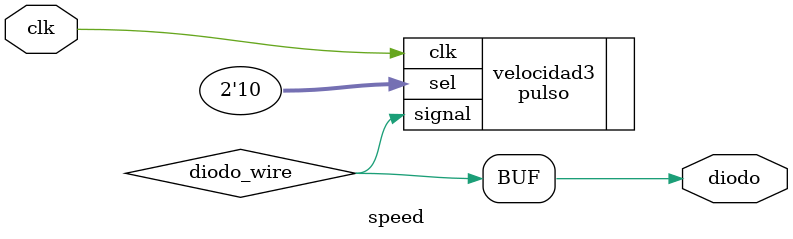
<source format=v>
`include "Pruebas_motor/pulso.v"

module speed(clk,diodo);
    input clk;
    output reg diodo;
    wire diodo_wire;

    pulso velocidad3(
        .clk(clk),
        .sel(2'd2),
        .signal(diodo_wire)
    );
    always @(*)begin
        diodo <= diodo_wire;
    end   
endmodule
</source>
